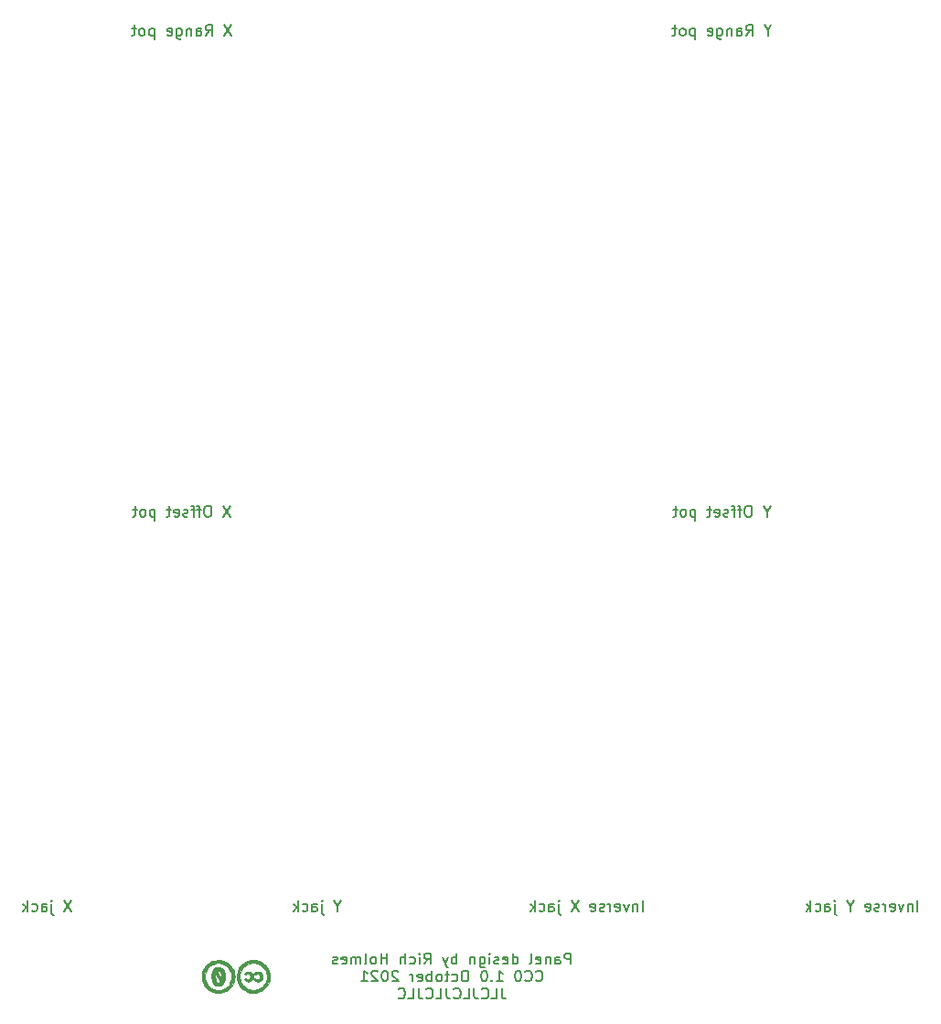
<source format=gbo>
G04 #@! TF.GenerationSoftware,KiCad,Pcbnew,6.0.5-a6ca702e91~116~ubuntu20.04.1*
G04 #@! TF.CreationDate,2022-06-21T20:30:45-04:00*
G04 #@! TF.ProjectId,joystick_panel,6a6f7973-7469-4636-9b5f-70616e656c2e,rev?*
G04 #@! TF.SameCoordinates,Original*
G04 #@! TF.FileFunction,Legend,Bot*
G04 #@! TF.FilePolarity,Positive*
%FSLAX46Y46*%
G04 Gerber Fmt 4.6, Leading zero omitted, Abs format (unit mm)*
G04 Created by KiCad (PCBNEW 6.0.5-a6ca702e91~116~ubuntu20.04.1) date 2022-06-21 20:30:45*
%MOMM*%
%LPD*%
G01*
G04 APERTURE LIST*
%ADD10C,0.150000*%
%ADD11C,0.010000*%
G04 APERTURE END LIST*
D10*
X45671428Y-109552380D02*
X45004761Y-110552380D01*
X45004761Y-109552380D02*
X45671428Y-110552380D01*
X43290476Y-110552380D02*
X43623809Y-110076190D01*
X43861904Y-110552380D02*
X43861904Y-109552380D01*
X43480952Y-109552380D01*
X43385714Y-109600000D01*
X43338095Y-109647619D01*
X43290476Y-109742857D01*
X43290476Y-109885714D01*
X43338095Y-109980952D01*
X43385714Y-110028571D01*
X43480952Y-110076190D01*
X43861904Y-110076190D01*
X42433333Y-110552380D02*
X42433333Y-110028571D01*
X42480952Y-109933333D01*
X42576190Y-109885714D01*
X42766666Y-109885714D01*
X42861904Y-109933333D01*
X42433333Y-110504761D02*
X42528571Y-110552380D01*
X42766666Y-110552380D01*
X42861904Y-110504761D01*
X42909523Y-110409523D01*
X42909523Y-110314285D01*
X42861904Y-110219047D01*
X42766666Y-110171428D01*
X42528571Y-110171428D01*
X42433333Y-110123809D01*
X41957142Y-109885714D02*
X41957142Y-110552380D01*
X41957142Y-109980952D02*
X41909523Y-109933333D01*
X41814285Y-109885714D01*
X41671428Y-109885714D01*
X41576190Y-109933333D01*
X41528571Y-110028571D01*
X41528571Y-110552380D01*
X40623809Y-109885714D02*
X40623809Y-110695238D01*
X40671428Y-110790476D01*
X40719047Y-110838095D01*
X40814285Y-110885714D01*
X40957142Y-110885714D01*
X41052380Y-110838095D01*
X40623809Y-110504761D02*
X40719047Y-110552380D01*
X40909523Y-110552380D01*
X41004761Y-110504761D01*
X41052380Y-110457142D01*
X41100000Y-110361904D01*
X41100000Y-110076190D01*
X41052380Y-109980952D01*
X41004761Y-109933333D01*
X40909523Y-109885714D01*
X40719047Y-109885714D01*
X40623809Y-109933333D01*
X39766666Y-110504761D02*
X39861904Y-110552380D01*
X40052380Y-110552380D01*
X40147619Y-110504761D01*
X40195238Y-110409523D01*
X40195238Y-110028571D01*
X40147619Y-109933333D01*
X40052380Y-109885714D01*
X39861904Y-109885714D01*
X39766666Y-109933333D01*
X39719047Y-110028571D01*
X39719047Y-110123809D01*
X40195238Y-110219047D01*
X38528571Y-109885714D02*
X38528571Y-110885714D01*
X38528571Y-109933333D02*
X38433333Y-109885714D01*
X38242857Y-109885714D01*
X38147619Y-109933333D01*
X38100000Y-109980952D01*
X38052380Y-110076190D01*
X38052380Y-110361904D01*
X38100000Y-110457142D01*
X38147619Y-110504761D01*
X38242857Y-110552380D01*
X38433333Y-110552380D01*
X38528571Y-110504761D01*
X37480952Y-110552380D02*
X37576190Y-110504761D01*
X37623809Y-110457142D01*
X37671428Y-110361904D01*
X37671428Y-110076190D01*
X37623809Y-109980952D01*
X37576190Y-109933333D01*
X37480952Y-109885714D01*
X37338095Y-109885714D01*
X37242857Y-109933333D01*
X37195238Y-109980952D01*
X37147619Y-110076190D01*
X37147619Y-110361904D01*
X37195238Y-110457142D01*
X37242857Y-110504761D01*
X37338095Y-110552380D01*
X37480952Y-110552380D01*
X36861904Y-109885714D02*
X36480952Y-109885714D01*
X36719047Y-109552380D02*
X36719047Y-110409523D01*
X36671428Y-110504761D01*
X36576190Y-110552380D01*
X36480952Y-110552380D01*
X45600000Y-154052380D02*
X44933333Y-155052380D01*
X44933333Y-154052380D02*
X45600000Y-155052380D01*
X43600000Y-154052380D02*
X43409523Y-154052380D01*
X43314285Y-154100000D01*
X43219047Y-154195238D01*
X43171428Y-154385714D01*
X43171428Y-154719047D01*
X43219047Y-154909523D01*
X43314285Y-155004761D01*
X43409523Y-155052380D01*
X43600000Y-155052380D01*
X43695238Y-155004761D01*
X43790476Y-154909523D01*
X43838095Y-154719047D01*
X43838095Y-154385714D01*
X43790476Y-154195238D01*
X43695238Y-154100000D01*
X43600000Y-154052380D01*
X42885714Y-154385714D02*
X42504761Y-154385714D01*
X42742857Y-155052380D02*
X42742857Y-154195238D01*
X42695238Y-154100000D01*
X42600000Y-154052380D01*
X42504761Y-154052380D01*
X42314285Y-154385714D02*
X41933333Y-154385714D01*
X42171428Y-155052380D02*
X42171428Y-154195238D01*
X42123809Y-154100000D01*
X42028571Y-154052380D01*
X41933333Y-154052380D01*
X41647619Y-155004761D02*
X41552380Y-155052380D01*
X41361904Y-155052380D01*
X41266666Y-155004761D01*
X41219047Y-154909523D01*
X41219047Y-154861904D01*
X41266666Y-154766666D01*
X41361904Y-154719047D01*
X41504761Y-154719047D01*
X41600000Y-154671428D01*
X41647619Y-154576190D01*
X41647619Y-154528571D01*
X41600000Y-154433333D01*
X41504761Y-154385714D01*
X41361904Y-154385714D01*
X41266666Y-154433333D01*
X40409523Y-155004761D02*
X40504761Y-155052380D01*
X40695238Y-155052380D01*
X40790476Y-155004761D01*
X40838095Y-154909523D01*
X40838095Y-154528571D01*
X40790476Y-154433333D01*
X40695238Y-154385714D01*
X40504761Y-154385714D01*
X40409523Y-154433333D01*
X40361904Y-154528571D01*
X40361904Y-154623809D01*
X40838095Y-154719047D01*
X40076190Y-154385714D02*
X39695238Y-154385714D01*
X39933333Y-154052380D02*
X39933333Y-154909523D01*
X39885714Y-155004761D01*
X39790476Y-155052380D01*
X39695238Y-155052380D01*
X38600000Y-154385714D02*
X38600000Y-155385714D01*
X38600000Y-154433333D02*
X38504761Y-154385714D01*
X38314285Y-154385714D01*
X38219047Y-154433333D01*
X38171428Y-154480952D01*
X38123809Y-154576190D01*
X38123809Y-154861904D01*
X38171428Y-154957142D01*
X38219047Y-155004761D01*
X38314285Y-155052380D01*
X38504761Y-155052380D01*
X38600000Y-155004761D01*
X37552380Y-155052380D02*
X37647619Y-155004761D01*
X37695238Y-154957142D01*
X37742857Y-154861904D01*
X37742857Y-154576190D01*
X37695238Y-154480952D01*
X37647619Y-154433333D01*
X37552380Y-154385714D01*
X37409523Y-154385714D01*
X37314285Y-154433333D01*
X37266666Y-154480952D01*
X37219047Y-154576190D01*
X37219047Y-154861904D01*
X37266666Y-154957142D01*
X37314285Y-155004761D01*
X37409523Y-155052380D01*
X37552380Y-155052380D01*
X36933333Y-154385714D02*
X36552380Y-154385714D01*
X36790476Y-154052380D02*
X36790476Y-154909523D01*
X36742857Y-155004761D01*
X36647619Y-155052380D01*
X36552380Y-155052380D01*
X95266666Y-154576190D02*
X95266666Y-155052380D01*
X95600000Y-154052380D02*
X95266666Y-154576190D01*
X94933333Y-154052380D01*
X93647619Y-154052380D02*
X93457142Y-154052380D01*
X93361904Y-154100000D01*
X93266666Y-154195238D01*
X93219047Y-154385714D01*
X93219047Y-154719047D01*
X93266666Y-154909523D01*
X93361904Y-155004761D01*
X93457142Y-155052380D01*
X93647619Y-155052380D01*
X93742857Y-155004761D01*
X93838095Y-154909523D01*
X93885714Y-154719047D01*
X93885714Y-154385714D01*
X93838095Y-154195238D01*
X93742857Y-154100000D01*
X93647619Y-154052380D01*
X92933333Y-154385714D02*
X92552380Y-154385714D01*
X92790476Y-155052380D02*
X92790476Y-154195238D01*
X92742857Y-154100000D01*
X92647619Y-154052380D01*
X92552380Y-154052380D01*
X92361904Y-154385714D02*
X91980952Y-154385714D01*
X92219047Y-155052380D02*
X92219047Y-154195238D01*
X92171428Y-154100000D01*
X92076190Y-154052380D01*
X91980952Y-154052380D01*
X91695238Y-155004761D02*
X91600000Y-155052380D01*
X91409523Y-155052380D01*
X91314285Y-155004761D01*
X91266666Y-154909523D01*
X91266666Y-154861904D01*
X91314285Y-154766666D01*
X91409523Y-154719047D01*
X91552380Y-154719047D01*
X91647619Y-154671428D01*
X91695238Y-154576190D01*
X91695238Y-154528571D01*
X91647619Y-154433333D01*
X91552380Y-154385714D01*
X91409523Y-154385714D01*
X91314285Y-154433333D01*
X90457142Y-155004761D02*
X90552380Y-155052380D01*
X90742857Y-155052380D01*
X90838095Y-155004761D01*
X90885714Y-154909523D01*
X90885714Y-154528571D01*
X90838095Y-154433333D01*
X90742857Y-154385714D01*
X90552380Y-154385714D01*
X90457142Y-154433333D01*
X90409523Y-154528571D01*
X90409523Y-154623809D01*
X90885714Y-154719047D01*
X90123809Y-154385714D02*
X89742857Y-154385714D01*
X89980952Y-154052380D02*
X89980952Y-154909523D01*
X89933333Y-155004761D01*
X89838095Y-155052380D01*
X89742857Y-155052380D01*
X88647619Y-154385714D02*
X88647619Y-155385714D01*
X88647619Y-154433333D02*
X88552380Y-154385714D01*
X88361904Y-154385714D01*
X88266666Y-154433333D01*
X88219047Y-154480952D01*
X88171428Y-154576190D01*
X88171428Y-154861904D01*
X88219047Y-154957142D01*
X88266666Y-155004761D01*
X88361904Y-155052380D01*
X88552380Y-155052380D01*
X88647619Y-155004761D01*
X87600000Y-155052380D02*
X87695238Y-155004761D01*
X87742857Y-154957142D01*
X87790476Y-154861904D01*
X87790476Y-154576190D01*
X87742857Y-154480952D01*
X87695238Y-154433333D01*
X87600000Y-154385714D01*
X87457142Y-154385714D01*
X87361904Y-154433333D01*
X87314285Y-154480952D01*
X87266666Y-154576190D01*
X87266666Y-154861904D01*
X87314285Y-154957142D01*
X87361904Y-155004761D01*
X87457142Y-155052380D01*
X87600000Y-155052380D01*
X86980952Y-154385714D02*
X86600000Y-154385714D01*
X86838095Y-154052380D02*
X86838095Y-154909523D01*
X86790476Y-155004761D01*
X86695238Y-155052380D01*
X86600000Y-155052380D01*
X109219047Y-191552380D02*
X109219047Y-190552380D01*
X108742857Y-190885714D02*
X108742857Y-191552380D01*
X108742857Y-190980952D02*
X108695238Y-190933333D01*
X108600000Y-190885714D01*
X108457142Y-190885714D01*
X108361904Y-190933333D01*
X108314285Y-191028571D01*
X108314285Y-191552380D01*
X107933333Y-190885714D02*
X107695238Y-191552380D01*
X107457142Y-190885714D01*
X106695238Y-191504761D02*
X106790476Y-191552380D01*
X106980952Y-191552380D01*
X107076190Y-191504761D01*
X107123809Y-191409523D01*
X107123809Y-191028571D01*
X107076190Y-190933333D01*
X106980952Y-190885714D01*
X106790476Y-190885714D01*
X106695238Y-190933333D01*
X106647619Y-191028571D01*
X106647619Y-191123809D01*
X107123809Y-191219047D01*
X106219047Y-191552380D02*
X106219047Y-190885714D01*
X106219047Y-191076190D02*
X106171428Y-190980952D01*
X106123809Y-190933333D01*
X106028571Y-190885714D01*
X105933333Y-190885714D01*
X105647619Y-191504761D02*
X105552380Y-191552380D01*
X105361904Y-191552380D01*
X105266666Y-191504761D01*
X105219047Y-191409523D01*
X105219047Y-191361904D01*
X105266666Y-191266666D01*
X105361904Y-191219047D01*
X105504761Y-191219047D01*
X105600000Y-191171428D01*
X105647619Y-191076190D01*
X105647619Y-191028571D01*
X105600000Y-190933333D01*
X105504761Y-190885714D01*
X105361904Y-190885714D01*
X105266666Y-190933333D01*
X104409523Y-191504761D02*
X104504761Y-191552380D01*
X104695238Y-191552380D01*
X104790476Y-191504761D01*
X104838095Y-191409523D01*
X104838095Y-191028571D01*
X104790476Y-190933333D01*
X104695238Y-190885714D01*
X104504761Y-190885714D01*
X104409523Y-190933333D01*
X104361904Y-191028571D01*
X104361904Y-191123809D01*
X104838095Y-191219047D01*
X102980952Y-191076190D02*
X102980952Y-191552380D01*
X103314285Y-190552380D02*
X102980952Y-191076190D01*
X102647619Y-190552380D01*
X101552380Y-190885714D02*
X101552380Y-191742857D01*
X101600000Y-191838095D01*
X101695238Y-191885714D01*
X101742857Y-191885714D01*
X101552380Y-190552380D02*
X101600000Y-190600000D01*
X101552380Y-190647619D01*
X101504761Y-190600000D01*
X101552380Y-190552380D01*
X101552380Y-190647619D01*
X100647619Y-191552380D02*
X100647619Y-191028571D01*
X100695238Y-190933333D01*
X100790476Y-190885714D01*
X100980952Y-190885714D01*
X101076190Y-190933333D01*
X100647619Y-191504761D02*
X100742857Y-191552380D01*
X100980952Y-191552380D01*
X101076190Y-191504761D01*
X101123809Y-191409523D01*
X101123809Y-191314285D01*
X101076190Y-191219047D01*
X100980952Y-191171428D01*
X100742857Y-191171428D01*
X100647619Y-191123809D01*
X99742857Y-191504761D02*
X99838095Y-191552380D01*
X100028571Y-191552380D01*
X100123809Y-191504761D01*
X100171428Y-191457142D01*
X100219047Y-191361904D01*
X100219047Y-191076190D01*
X100171428Y-190980952D01*
X100123809Y-190933333D01*
X100028571Y-190885714D01*
X99838095Y-190885714D01*
X99742857Y-190933333D01*
X99314285Y-191552380D02*
X99314285Y-190552380D01*
X99219047Y-191171428D02*
X98933333Y-191552380D01*
X98933333Y-190885714D02*
X99314285Y-191266666D01*
X83766666Y-191552380D02*
X83766666Y-190552380D01*
X83290476Y-190885714D02*
X83290476Y-191552380D01*
X83290476Y-190980952D02*
X83242857Y-190933333D01*
X83147619Y-190885714D01*
X83004761Y-190885714D01*
X82909523Y-190933333D01*
X82861904Y-191028571D01*
X82861904Y-191552380D01*
X82480952Y-190885714D02*
X82242857Y-191552380D01*
X82004761Y-190885714D01*
X81242857Y-191504761D02*
X81338095Y-191552380D01*
X81528571Y-191552380D01*
X81623809Y-191504761D01*
X81671428Y-191409523D01*
X81671428Y-191028571D01*
X81623809Y-190933333D01*
X81528571Y-190885714D01*
X81338095Y-190885714D01*
X81242857Y-190933333D01*
X81195238Y-191028571D01*
X81195238Y-191123809D01*
X81671428Y-191219047D01*
X80766666Y-191552380D02*
X80766666Y-190885714D01*
X80766666Y-191076190D02*
X80719047Y-190980952D01*
X80671428Y-190933333D01*
X80576190Y-190885714D01*
X80480952Y-190885714D01*
X80195238Y-191504761D02*
X80100000Y-191552380D01*
X79909523Y-191552380D01*
X79814285Y-191504761D01*
X79766666Y-191409523D01*
X79766666Y-191361904D01*
X79814285Y-191266666D01*
X79909523Y-191219047D01*
X80052380Y-191219047D01*
X80147619Y-191171428D01*
X80195238Y-191076190D01*
X80195238Y-191028571D01*
X80147619Y-190933333D01*
X80052380Y-190885714D01*
X79909523Y-190885714D01*
X79814285Y-190933333D01*
X78957142Y-191504761D02*
X79052380Y-191552380D01*
X79242857Y-191552380D01*
X79338095Y-191504761D01*
X79385714Y-191409523D01*
X79385714Y-191028571D01*
X79338095Y-190933333D01*
X79242857Y-190885714D01*
X79052380Y-190885714D01*
X78957142Y-190933333D01*
X78909523Y-191028571D01*
X78909523Y-191123809D01*
X79385714Y-191219047D01*
X77814285Y-190552380D02*
X77147619Y-191552380D01*
X77147619Y-190552380D02*
X77814285Y-191552380D01*
X76004761Y-190885714D02*
X76004761Y-191742857D01*
X76052380Y-191838095D01*
X76147619Y-191885714D01*
X76195238Y-191885714D01*
X76004761Y-190552380D02*
X76052380Y-190600000D01*
X76004761Y-190647619D01*
X75957142Y-190600000D01*
X76004761Y-190552380D01*
X76004761Y-190647619D01*
X75100000Y-191552380D02*
X75100000Y-191028571D01*
X75147619Y-190933333D01*
X75242857Y-190885714D01*
X75433333Y-190885714D01*
X75528571Y-190933333D01*
X75100000Y-191504761D02*
X75195238Y-191552380D01*
X75433333Y-191552380D01*
X75528571Y-191504761D01*
X75576190Y-191409523D01*
X75576190Y-191314285D01*
X75528571Y-191219047D01*
X75433333Y-191171428D01*
X75195238Y-191171428D01*
X75100000Y-191123809D01*
X74195238Y-191504761D02*
X74290476Y-191552380D01*
X74480952Y-191552380D01*
X74576190Y-191504761D01*
X74623809Y-191457142D01*
X74671428Y-191361904D01*
X74671428Y-191076190D01*
X74623809Y-190980952D01*
X74576190Y-190933333D01*
X74480952Y-190885714D01*
X74290476Y-190885714D01*
X74195238Y-190933333D01*
X73766666Y-191552380D02*
X73766666Y-190552380D01*
X73671428Y-191171428D02*
X73385714Y-191552380D01*
X73385714Y-190885714D02*
X73766666Y-191266666D01*
X55504761Y-191076190D02*
X55504761Y-191552380D01*
X55838095Y-190552380D02*
X55504761Y-191076190D01*
X55171428Y-190552380D01*
X54076190Y-190885714D02*
X54076190Y-191742857D01*
X54123809Y-191838095D01*
X54219047Y-191885714D01*
X54266666Y-191885714D01*
X54076190Y-190552380D02*
X54123809Y-190600000D01*
X54076190Y-190647619D01*
X54028571Y-190600000D01*
X54076190Y-190552380D01*
X54076190Y-190647619D01*
X53171428Y-191552380D02*
X53171428Y-191028571D01*
X53219047Y-190933333D01*
X53314285Y-190885714D01*
X53504761Y-190885714D01*
X53600000Y-190933333D01*
X53171428Y-191504761D02*
X53266666Y-191552380D01*
X53504761Y-191552380D01*
X53600000Y-191504761D01*
X53647619Y-191409523D01*
X53647619Y-191314285D01*
X53600000Y-191219047D01*
X53504761Y-191171428D01*
X53266666Y-191171428D01*
X53171428Y-191123809D01*
X52266666Y-191504761D02*
X52361904Y-191552380D01*
X52552380Y-191552380D01*
X52647619Y-191504761D01*
X52695238Y-191457142D01*
X52742857Y-191361904D01*
X52742857Y-191076190D01*
X52695238Y-190980952D01*
X52647619Y-190933333D01*
X52552380Y-190885714D01*
X52361904Y-190885714D01*
X52266666Y-190933333D01*
X51838095Y-191552380D02*
X51838095Y-190552380D01*
X51742857Y-191171428D02*
X51457142Y-191552380D01*
X51457142Y-190885714D02*
X51838095Y-191266666D01*
X30838095Y-190552380D02*
X30171428Y-191552380D01*
X30171428Y-190552380D02*
X30838095Y-191552380D01*
X29028571Y-190885714D02*
X29028571Y-191742857D01*
X29076190Y-191838095D01*
X29171428Y-191885714D01*
X29219047Y-191885714D01*
X29028571Y-190552380D02*
X29076190Y-190600000D01*
X29028571Y-190647619D01*
X28980952Y-190600000D01*
X29028571Y-190552380D01*
X29028571Y-190647619D01*
X28123809Y-191552380D02*
X28123809Y-191028571D01*
X28171428Y-190933333D01*
X28266666Y-190885714D01*
X28457142Y-190885714D01*
X28552380Y-190933333D01*
X28123809Y-191504761D02*
X28219047Y-191552380D01*
X28457142Y-191552380D01*
X28552380Y-191504761D01*
X28600000Y-191409523D01*
X28600000Y-191314285D01*
X28552380Y-191219047D01*
X28457142Y-191171428D01*
X28219047Y-191171428D01*
X28123809Y-191123809D01*
X27219047Y-191504761D02*
X27314285Y-191552380D01*
X27504761Y-191552380D01*
X27600000Y-191504761D01*
X27647619Y-191457142D01*
X27695238Y-191361904D01*
X27695238Y-191076190D01*
X27647619Y-190980952D01*
X27600000Y-190933333D01*
X27504761Y-190885714D01*
X27314285Y-190885714D01*
X27219047Y-190933333D01*
X26790476Y-191552380D02*
X26790476Y-190552380D01*
X26695238Y-191171428D02*
X26409523Y-191552380D01*
X26409523Y-190885714D02*
X26790476Y-191266666D01*
X95338095Y-110076190D02*
X95338095Y-110552380D01*
X95671428Y-109552380D02*
X95338095Y-110076190D01*
X95004761Y-109552380D01*
X93338095Y-110552380D02*
X93671428Y-110076190D01*
X93909523Y-110552380D02*
X93909523Y-109552380D01*
X93528571Y-109552380D01*
X93433333Y-109600000D01*
X93385714Y-109647619D01*
X93338095Y-109742857D01*
X93338095Y-109885714D01*
X93385714Y-109980952D01*
X93433333Y-110028571D01*
X93528571Y-110076190D01*
X93909523Y-110076190D01*
X92480952Y-110552380D02*
X92480952Y-110028571D01*
X92528571Y-109933333D01*
X92623809Y-109885714D01*
X92814285Y-109885714D01*
X92909523Y-109933333D01*
X92480952Y-110504761D02*
X92576190Y-110552380D01*
X92814285Y-110552380D01*
X92909523Y-110504761D01*
X92957142Y-110409523D01*
X92957142Y-110314285D01*
X92909523Y-110219047D01*
X92814285Y-110171428D01*
X92576190Y-110171428D01*
X92480952Y-110123809D01*
X92004761Y-109885714D02*
X92004761Y-110552380D01*
X92004761Y-109980952D02*
X91957142Y-109933333D01*
X91861904Y-109885714D01*
X91719047Y-109885714D01*
X91623809Y-109933333D01*
X91576190Y-110028571D01*
X91576190Y-110552380D01*
X90671428Y-109885714D02*
X90671428Y-110695238D01*
X90719047Y-110790476D01*
X90766666Y-110838095D01*
X90861904Y-110885714D01*
X91004761Y-110885714D01*
X91100000Y-110838095D01*
X90671428Y-110504761D02*
X90766666Y-110552380D01*
X90957142Y-110552380D01*
X91052380Y-110504761D01*
X91100000Y-110457142D01*
X91147619Y-110361904D01*
X91147619Y-110076190D01*
X91100000Y-109980952D01*
X91052380Y-109933333D01*
X90957142Y-109885714D01*
X90766666Y-109885714D01*
X90671428Y-109933333D01*
X89814285Y-110504761D02*
X89909523Y-110552380D01*
X90100000Y-110552380D01*
X90195238Y-110504761D01*
X90242857Y-110409523D01*
X90242857Y-110028571D01*
X90195238Y-109933333D01*
X90100000Y-109885714D01*
X89909523Y-109885714D01*
X89814285Y-109933333D01*
X89766666Y-110028571D01*
X89766666Y-110123809D01*
X90242857Y-110219047D01*
X88576190Y-109885714D02*
X88576190Y-110885714D01*
X88576190Y-109933333D02*
X88480952Y-109885714D01*
X88290476Y-109885714D01*
X88195238Y-109933333D01*
X88147619Y-109980952D01*
X88100000Y-110076190D01*
X88100000Y-110361904D01*
X88147619Y-110457142D01*
X88195238Y-110504761D01*
X88290476Y-110552380D01*
X88480952Y-110552380D01*
X88576190Y-110504761D01*
X87528571Y-110552380D02*
X87623809Y-110504761D01*
X87671428Y-110457142D01*
X87719047Y-110361904D01*
X87719047Y-110076190D01*
X87671428Y-109980952D01*
X87623809Y-109933333D01*
X87528571Y-109885714D01*
X87385714Y-109885714D01*
X87290476Y-109933333D01*
X87242857Y-109980952D01*
X87195238Y-110076190D01*
X87195238Y-110361904D01*
X87242857Y-110457142D01*
X87290476Y-110504761D01*
X87385714Y-110552380D01*
X87528571Y-110552380D01*
X86909523Y-109885714D02*
X86528571Y-109885714D01*
X86766666Y-109552380D02*
X86766666Y-110409523D01*
X86719047Y-110504761D01*
X86623809Y-110552380D01*
X86528571Y-110552380D01*
X77100000Y-196442380D02*
X77100000Y-195442380D01*
X76719047Y-195442380D01*
X76623809Y-195490000D01*
X76576190Y-195537619D01*
X76528571Y-195632857D01*
X76528571Y-195775714D01*
X76576190Y-195870952D01*
X76623809Y-195918571D01*
X76719047Y-195966190D01*
X77100000Y-195966190D01*
X75671428Y-196442380D02*
X75671428Y-195918571D01*
X75719047Y-195823333D01*
X75814285Y-195775714D01*
X76004761Y-195775714D01*
X76100000Y-195823333D01*
X75671428Y-196394761D02*
X75766666Y-196442380D01*
X76004761Y-196442380D01*
X76100000Y-196394761D01*
X76147619Y-196299523D01*
X76147619Y-196204285D01*
X76100000Y-196109047D01*
X76004761Y-196061428D01*
X75766666Y-196061428D01*
X75671428Y-196013809D01*
X75195238Y-195775714D02*
X75195238Y-196442380D01*
X75195238Y-195870952D02*
X75147619Y-195823333D01*
X75052380Y-195775714D01*
X74909523Y-195775714D01*
X74814285Y-195823333D01*
X74766666Y-195918571D01*
X74766666Y-196442380D01*
X73909523Y-196394761D02*
X74004761Y-196442380D01*
X74195238Y-196442380D01*
X74290476Y-196394761D01*
X74338095Y-196299523D01*
X74338095Y-195918571D01*
X74290476Y-195823333D01*
X74195238Y-195775714D01*
X74004761Y-195775714D01*
X73909523Y-195823333D01*
X73861904Y-195918571D01*
X73861904Y-196013809D01*
X74338095Y-196109047D01*
X73290476Y-196442380D02*
X73385714Y-196394761D01*
X73433333Y-196299523D01*
X73433333Y-195442380D01*
X71719047Y-196442380D02*
X71719047Y-195442380D01*
X71719047Y-196394761D02*
X71814285Y-196442380D01*
X72004761Y-196442380D01*
X72100000Y-196394761D01*
X72147619Y-196347142D01*
X72195238Y-196251904D01*
X72195238Y-195966190D01*
X72147619Y-195870952D01*
X72100000Y-195823333D01*
X72004761Y-195775714D01*
X71814285Y-195775714D01*
X71719047Y-195823333D01*
X70861904Y-196394761D02*
X70957142Y-196442380D01*
X71147619Y-196442380D01*
X71242857Y-196394761D01*
X71290476Y-196299523D01*
X71290476Y-195918571D01*
X71242857Y-195823333D01*
X71147619Y-195775714D01*
X70957142Y-195775714D01*
X70861904Y-195823333D01*
X70814285Y-195918571D01*
X70814285Y-196013809D01*
X71290476Y-196109047D01*
X70433333Y-196394761D02*
X70338095Y-196442380D01*
X70147619Y-196442380D01*
X70052380Y-196394761D01*
X70004761Y-196299523D01*
X70004761Y-196251904D01*
X70052380Y-196156666D01*
X70147619Y-196109047D01*
X70290476Y-196109047D01*
X70385714Y-196061428D01*
X70433333Y-195966190D01*
X70433333Y-195918571D01*
X70385714Y-195823333D01*
X70290476Y-195775714D01*
X70147619Y-195775714D01*
X70052380Y-195823333D01*
X69576190Y-196442380D02*
X69576190Y-195775714D01*
X69576190Y-195442380D02*
X69623809Y-195490000D01*
X69576190Y-195537619D01*
X69528571Y-195490000D01*
X69576190Y-195442380D01*
X69576190Y-195537619D01*
X68671428Y-195775714D02*
X68671428Y-196585238D01*
X68719047Y-196680476D01*
X68766666Y-196728095D01*
X68861904Y-196775714D01*
X69004761Y-196775714D01*
X69100000Y-196728095D01*
X68671428Y-196394761D02*
X68766666Y-196442380D01*
X68957142Y-196442380D01*
X69052380Y-196394761D01*
X69100000Y-196347142D01*
X69147619Y-196251904D01*
X69147619Y-195966190D01*
X69100000Y-195870952D01*
X69052380Y-195823333D01*
X68957142Y-195775714D01*
X68766666Y-195775714D01*
X68671428Y-195823333D01*
X68195238Y-195775714D02*
X68195238Y-196442380D01*
X68195238Y-195870952D02*
X68147619Y-195823333D01*
X68052380Y-195775714D01*
X67909523Y-195775714D01*
X67814285Y-195823333D01*
X67766666Y-195918571D01*
X67766666Y-196442380D01*
X66528571Y-196442380D02*
X66528571Y-195442380D01*
X66528571Y-195823333D02*
X66433333Y-195775714D01*
X66242857Y-195775714D01*
X66147619Y-195823333D01*
X66100000Y-195870952D01*
X66052380Y-195966190D01*
X66052380Y-196251904D01*
X66100000Y-196347142D01*
X66147619Y-196394761D01*
X66242857Y-196442380D01*
X66433333Y-196442380D01*
X66528571Y-196394761D01*
X65719047Y-195775714D02*
X65480952Y-196442380D01*
X65242857Y-195775714D02*
X65480952Y-196442380D01*
X65576190Y-196680476D01*
X65623809Y-196728095D01*
X65719047Y-196775714D01*
X63528571Y-196442380D02*
X63861904Y-195966190D01*
X64100000Y-196442380D02*
X64100000Y-195442380D01*
X63719047Y-195442380D01*
X63623809Y-195490000D01*
X63576190Y-195537619D01*
X63528571Y-195632857D01*
X63528571Y-195775714D01*
X63576190Y-195870952D01*
X63623809Y-195918571D01*
X63719047Y-195966190D01*
X64100000Y-195966190D01*
X63100000Y-196442380D02*
X63100000Y-195775714D01*
X63100000Y-195442380D02*
X63147619Y-195490000D01*
X63100000Y-195537619D01*
X63052380Y-195490000D01*
X63100000Y-195442380D01*
X63100000Y-195537619D01*
X62195238Y-196394761D02*
X62290476Y-196442380D01*
X62480952Y-196442380D01*
X62576190Y-196394761D01*
X62623809Y-196347142D01*
X62671428Y-196251904D01*
X62671428Y-195966190D01*
X62623809Y-195870952D01*
X62576190Y-195823333D01*
X62480952Y-195775714D01*
X62290476Y-195775714D01*
X62195238Y-195823333D01*
X61766666Y-196442380D02*
X61766666Y-195442380D01*
X61338095Y-196442380D02*
X61338095Y-195918571D01*
X61385714Y-195823333D01*
X61480952Y-195775714D01*
X61623809Y-195775714D01*
X61719047Y-195823333D01*
X61766666Y-195870952D01*
X60100000Y-196442380D02*
X60100000Y-195442380D01*
X60100000Y-195918571D02*
X59528571Y-195918571D01*
X59528571Y-196442380D02*
X59528571Y-195442380D01*
X58909523Y-196442380D02*
X59004761Y-196394761D01*
X59052380Y-196347142D01*
X59100000Y-196251904D01*
X59100000Y-195966190D01*
X59052380Y-195870952D01*
X59004761Y-195823333D01*
X58909523Y-195775714D01*
X58766666Y-195775714D01*
X58671428Y-195823333D01*
X58623809Y-195870952D01*
X58576190Y-195966190D01*
X58576190Y-196251904D01*
X58623809Y-196347142D01*
X58671428Y-196394761D01*
X58766666Y-196442380D01*
X58909523Y-196442380D01*
X58004761Y-196442380D02*
X58100000Y-196394761D01*
X58147619Y-196299523D01*
X58147619Y-195442380D01*
X57623809Y-196442380D02*
X57623809Y-195775714D01*
X57623809Y-195870952D02*
X57576190Y-195823333D01*
X57480952Y-195775714D01*
X57338095Y-195775714D01*
X57242857Y-195823333D01*
X57195238Y-195918571D01*
X57195238Y-196442380D01*
X57195238Y-195918571D02*
X57147619Y-195823333D01*
X57052380Y-195775714D01*
X56909523Y-195775714D01*
X56814285Y-195823333D01*
X56766666Y-195918571D01*
X56766666Y-196442380D01*
X55909523Y-196394761D02*
X56004761Y-196442380D01*
X56195238Y-196442380D01*
X56290476Y-196394761D01*
X56338095Y-196299523D01*
X56338095Y-195918571D01*
X56290476Y-195823333D01*
X56195238Y-195775714D01*
X56004761Y-195775714D01*
X55909523Y-195823333D01*
X55861904Y-195918571D01*
X55861904Y-196013809D01*
X56338095Y-196109047D01*
X55480952Y-196394761D02*
X55385714Y-196442380D01*
X55195238Y-196442380D01*
X55100000Y-196394761D01*
X55052380Y-196299523D01*
X55052380Y-196251904D01*
X55100000Y-196156666D01*
X55195238Y-196109047D01*
X55338095Y-196109047D01*
X55433333Y-196061428D01*
X55480952Y-195966190D01*
X55480952Y-195918571D01*
X55433333Y-195823333D01*
X55338095Y-195775714D01*
X55195238Y-195775714D01*
X55100000Y-195823333D01*
X73885714Y-197957142D02*
X73933333Y-198004761D01*
X74076190Y-198052380D01*
X74171428Y-198052380D01*
X74314285Y-198004761D01*
X74409523Y-197909523D01*
X74457142Y-197814285D01*
X74504761Y-197623809D01*
X74504761Y-197480952D01*
X74457142Y-197290476D01*
X74409523Y-197195238D01*
X74314285Y-197100000D01*
X74171428Y-197052380D01*
X74076190Y-197052380D01*
X73933333Y-197100000D01*
X73885714Y-197147619D01*
X72885714Y-197957142D02*
X72933333Y-198004761D01*
X73076190Y-198052380D01*
X73171428Y-198052380D01*
X73314285Y-198004761D01*
X73409523Y-197909523D01*
X73457142Y-197814285D01*
X73504761Y-197623809D01*
X73504761Y-197480952D01*
X73457142Y-197290476D01*
X73409523Y-197195238D01*
X73314285Y-197100000D01*
X73171428Y-197052380D01*
X73076190Y-197052380D01*
X72933333Y-197100000D01*
X72885714Y-197147619D01*
X72266666Y-197052380D02*
X72171428Y-197052380D01*
X72076190Y-197100000D01*
X72028571Y-197147619D01*
X71980952Y-197242857D01*
X71933333Y-197433333D01*
X71933333Y-197671428D01*
X71980952Y-197861904D01*
X72028571Y-197957142D01*
X72076190Y-198004761D01*
X72171428Y-198052380D01*
X72266666Y-198052380D01*
X72361904Y-198004761D01*
X72409523Y-197957142D01*
X72457142Y-197861904D01*
X72504761Y-197671428D01*
X72504761Y-197433333D01*
X72457142Y-197242857D01*
X72409523Y-197147619D01*
X72361904Y-197100000D01*
X72266666Y-197052380D01*
X70219047Y-198052380D02*
X70790476Y-198052380D01*
X70504761Y-198052380D02*
X70504761Y-197052380D01*
X70600000Y-197195238D01*
X70695238Y-197290476D01*
X70790476Y-197338095D01*
X69790476Y-197957142D02*
X69742857Y-198004761D01*
X69790476Y-198052380D01*
X69838095Y-198004761D01*
X69790476Y-197957142D01*
X69790476Y-198052380D01*
X69123809Y-197052380D02*
X69028571Y-197052380D01*
X68933333Y-197100000D01*
X68885714Y-197147619D01*
X68838095Y-197242857D01*
X68790476Y-197433333D01*
X68790476Y-197671428D01*
X68838095Y-197861904D01*
X68885714Y-197957142D01*
X68933333Y-198004761D01*
X69028571Y-198052380D01*
X69123809Y-198052380D01*
X69219047Y-198004761D01*
X69266666Y-197957142D01*
X69314285Y-197861904D01*
X69361904Y-197671428D01*
X69361904Y-197433333D01*
X69314285Y-197242857D01*
X69266666Y-197147619D01*
X69219047Y-197100000D01*
X69123809Y-197052380D01*
X67409523Y-197052380D02*
X67219047Y-197052380D01*
X67123809Y-197100000D01*
X67028571Y-197195238D01*
X66980952Y-197385714D01*
X66980952Y-197719047D01*
X67028571Y-197909523D01*
X67123809Y-198004761D01*
X67219047Y-198052380D01*
X67409523Y-198052380D01*
X67504761Y-198004761D01*
X67600000Y-197909523D01*
X67647619Y-197719047D01*
X67647619Y-197385714D01*
X67600000Y-197195238D01*
X67504761Y-197100000D01*
X67409523Y-197052380D01*
X66123809Y-198004761D02*
X66219047Y-198052380D01*
X66409523Y-198052380D01*
X66504761Y-198004761D01*
X66552380Y-197957142D01*
X66600000Y-197861904D01*
X66600000Y-197576190D01*
X66552380Y-197480952D01*
X66504761Y-197433333D01*
X66409523Y-197385714D01*
X66219047Y-197385714D01*
X66123809Y-197433333D01*
X65838095Y-197385714D02*
X65457142Y-197385714D01*
X65695238Y-197052380D02*
X65695238Y-197909523D01*
X65647619Y-198004761D01*
X65552380Y-198052380D01*
X65457142Y-198052380D01*
X64980952Y-198052380D02*
X65076190Y-198004761D01*
X65123809Y-197957142D01*
X65171428Y-197861904D01*
X65171428Y-197576190D01*
X65123809Y-197480952D01*
X65076190Y-197433333D01*
X64980952Y-197385714D01*
X64838095Y-197385714D01*
X64742857Y-197433333D01*
X64695238Y-197480952D01*
X64647619Y-197576190D01*
X64647619Y-197861904D01*
X64695238Y-197957142D01*
X64742857Y-198004761D01*
X64838095Y-198052380D01*
X64980952Y-198052380D01*
X64219047Y-198052380D02*
X64219047Y-197052380D01*
X64219047Y-197433333D02*
X64123809Y-197385714D01*
X63933333Y-197385714D01*
X63838095Y-197433333D01*
X63790476Y-197480952D01*
X63742857Y-197576190D01*
X63742857Y-197861904D01*
X63790476Y-197957142D01*
X63838095Y-198004761D01*
X63933333Y-198052380D01*
X64123809Y-198052380D01*
X64219047Y-198004761D01*
X62933333Y-198004761D02*
X63028571Y-198052380D01*
X63219047Y-198052380D01*
X63314285Y-198004761D01*
X63361904Y-197909523D01*
X63361904Y-197528571D01*
X63314285Y-197433333D01*
X63219047Y-197385714D01*
X63028571Y-197385714D01*
X62933333Y-197433333D01*
X62885714Y-197528571D01*
X62885714Y-197623809D01*
X63361904Y-197719047D01*
X62457142Y-198052380D02*
X62457142Y-197385714D01*
X62457142Y-197576190D02*
X62409523Y-197480952D01*
X62361904Y-197433333D01*
X62266666Y-197385714D01*
X62171428Y-197385714D01*
X61123809Y-197147619D02*
X61076190Y-197100000D01*
X60980952Y-197052380D01*
X60742857Y-197052380D01*
X60647619Y-197100000D01*
X60600000Y-197147619D01*
X60552380Y-197242857D01*
X60552380Y-197338095D01*
X60600000Y-197480952D01*
X61171428Y-198052380D01*
X60552380Y-198052380D01*
X59933333Y-197052380D02*
X59838095Y-197052380D01*
X59742857Y-197100000D01*
X59695238Y-197147619D01*
X59647619Y-197242857D01*
X59600000Y-197433333D01*
X59600000Y-197671428D01*
X59647619Y-197861904D01*
X59695238Y-197957142D01*
X59742857Y-198004761D01*
X59838095Y-198052380D01*
X59933333Y-198052380D01*
X60028571Y-198004761D01*
X60076190Y-197957142D01*
X60123809Y-197861904D01*
X60171428Y-197671428D01*
X60171428Y-197433333D01*
X60123809Y-197242857D01*
X60076190Y-197147619D01*
X60028571Y-197100000D01*
X59933333Y-197052380D01*
X59219047Y-197147619D02*
X59171428Y-197100000D01*
X59076190Y-197052380D01*
X58838095Y-197052380D01*
X58742857Y-197100000D01*
X58695238Y-197147619D01*
X58647619Y-197242857D01*
X58647619Y-197338095D01*
X58695238Y-197480952D01*
X59266666Y-198052380D01*
X58647619Y-198052380D01*
X57695238Y-198052380D02*
X58266666Y-198052380D01*
X57980952Y-198052380D02*
X57980952Y-197052380D01*
X58076190Y-197195238D01*
X58171428Y-197290476D01*
X58266666Y-197338095D01*
X70719047Y-198662380D02*
X70719047Y-199376666D01*
X70766666Y-199519523D01*
X70861904Y-199614761D01*
X71004761Y-199662380D01*
X71100000Y-199662380D01*
X69766666Y-199662380D02*
X70242857Y-199662380D01*
X70242857Y-198662380D01*
X68861904Y-199567142D02*
X68909523Y-199614761D01*
X69052380Y-199662380D01*
X69147619Y-199662380D01*
X69290476Y-199614761D01*
X69385714Y-199519523D01*
X69433333Y-199424285D01*
X69480952Y-199233809D01*
X69480952Y-199090952D01*
X69433333Y-198900476D01*
X69385714Y-198805238D01*
X69290476Y-198710000D01*
X69147619Y-198662380D01*
X69052380Y-198662380D01*
X68909523Y-198710000D01*
X68861904Y-198757619D01*
X68147619Y-198662380D02*
X68147619Y-199376666D01*
X68195238Y-199519523D01*
X68290476Y-199614761D01*
X68433333Y-199662380D01*
X68528571Y-199662380D01*
X67195238Y-199662380D02*
X67671428Y-199662380D01*
X67671428Y-198662380D01*
X66290476Y-199567142D02*
X66338095Y-199614761D01*
X66480952Y-199662380D01*
X66576190Y-199662380D01*
X66719047Y-199614761D01*
X66814285Y-199519523D01*
X66861904Y-199424285D01*
X66909523Y-199233809D01*
X66909523Y-199090952D01*
X66861904Y-198900476D01*
X66814285Y-198805238D01*
X66719047Y-198710000D01*
X66576190Y-198662380D01*
X66480952Y-198662380D01*
X66338095Y-198710000D01*
X66290476Y-198757619D01*
X65576190Y-198662380D02*
X65576190Y-199376666D01*
X65623809Y-199519523D01*
X65719047Y-199614761D01*
X65861904Y-199662380D01*
X65957142Y-199662380D01*
X64623809Y-199662380D02*
X65100000Y-199662380D01*
X65100000Y-198662380D01*
X63719047Y-199567142D02*
X63766666Y-199614761D01*
X63909523Y-199662380D01*
X64004761Y-199662380D01*
X64147619Y-199614761D01*
X64242857Y-199519523D01*
X64290476Y-199424285D01*
X64338095Y-199233809D01*
X64338095Y-199090952D01*
X64290476Y-198900476D01*
X64242857Y-198805238D01*
X64147619Y-198710000D01*
X64004761Y-198662380D01*
X63909523Y-198662380D01*
X63766666Y-198710000D01*
X63719047Y-198757619D01*
X63004761Y-198662380D02*
X63004761Y-199376666D01*
X63052380Y-199519523D01*
X63147619Y-199614761D01*
X63290476Y-199662380D01*
X63385714Y-199662380D01*
X62052380Y-199662380D02*
X62528571Y-199662380D01*
X62528571Y-198662380D01*
X61147619Y-199567142D02*
X61195238Y-199614761D01*
X61338095Y-199662380D01*
X61433333Y-199662380D01*
X61576190Y-199614761D01*
X61671428Y-199519523D01*
X61719047Y-199424285D01*
X61766666Y-199233809D01*
X61766666Y-199090952D01*
X61719047Y-198900476D01*
X61671428Y-198805238D01*
X61576190Y-198710000D01*
X61433333Y-198662380D01*
X61338095Y-198662380D01*
X61195238Y-198710000D01*
X61147619Y-198757619D01*
G04 #@! TO.C,GRAF3*
G36*
X48211332Y-197138433D02*
G01*
X48330981Y-197174047D01*
X48433280Y-197239869D01*
X48512411Y-197333898D01*
X48513931Y-197336398D01*
X48549251Y-197404936D01*
X48568911Y-197474717D01*
X48578269Y-197564501D01*
X48579597Y-197606835D01*
X48565242Y-197746736D01*
X48520464Y-197862318D01*
X48445027Y-197954034D01*
X48338695Y-198022334D01*
X48323988Y-198028916D01*
X48194244Y-198064942D01*
X48065441Y-198062801D01*
X47941914Y-198023137D01*
X47827998Y-197946592D01*
X47790081Y-197911448D01*
X47754834Y-197874078D01*
X47741231Y-197852736D01*
X47744755Y-197845796D01*
X47773096Y-197822496D01*
X47820557Y-197794786D01*
X47899883Y-197754317D01*
X47967775Y-197813928D01*
X48003904Y-197841518D01*
X48081404Y-197872549D01*
X48157933Y-197864544D01*
X48233179Y-197817499D01*
X48264231Y-197786901D01*
X48285977Y-197752001D01*
X48297588Y-197704710D01*
X48304160Y-197631687D01*
X48305949Y-197566390D01*
X48294410Y-197468778D01*
X48262338Y-197399575D01*
X48208372Y-197354847D01*
X48132889Y-197329439D01*
X48060737Y-197338519D01*
X47988507Y-197385023D01*
X47921809Y-197443585D01*
X47831679Y-197393211D01*
X47809064Y-197380299D01*
X47768257Y-197352581D01*
X47754405Y-197330461D01*
X47761191Y-197306135D01*
X47777964Y-197281844D01*
X47834173Y-197230000D01*
X47907960Y-197183771D01*
X47985462Y-197152643D01*
X48080151Y-197135030D01*
X48211332Y-197138433D01*
G37*
D11*
X48211332Y-197138433D02*
X48330981Y-197174047D01*
X48433280Y-197239869D01*
X48512411Y-197333898D01*
X48513931Y-197336398D01*
X48549251Y-197404936D01*
X48568911Y-197474717D01*
X48578269Y-197564501D01*
X48579597Y-197606835D01*
X48565242Y-197746736D01*
X48520464Y-197862318D01*
X48445027Y-197954034D01*
X48338695Y-198022334D01*
X48323988Y-198028916D01*
X48194244Y-198064942D01*
X48065441Y-198062801D01*
X47941914Y-198023137D01*
X47827998Y-197946592D01*
X47790081Y-197911448D01*
X47754834Y-197874078D01*
X47741231Y-197852736D01*
X47744755Y-197845796D01*
X47773096Y-197822496D01*
X47820557Y-197794786D01*
X47899883Y-197754317D01*
X47967775Y-197813928D01*
X48003904Y-197841518D01*
X48081404Y-197872549D01*
X48157933Y-197864544D01*
X48233179Y-197817499D01*
X48264231Y-197786901D01*
X48285977Y-197752001D01*
X48297588Y-197704710D01*
X48304160Y-197631687D01*
X48305949Y-197566390D01*
X48294410Y-197468778D01*
X48262338Y-197399575D01*
X48208372Y-197354847D01*
X48132889Y-197329439D01*
X48060737Y-197338519D01*
X47988507Y-197385023D01*
X47921809Y-197443585D01*
X47831679Y-197393211D01*
X47809064Y-197380299D01*
X47768257Y-197352581D01*
X47754405Y-197330461D01*
X47761191Y-197306135D01*
X47777964Y-197281844D01*
X47834173Y-197230000D01*
X47907960Y-197183771D01*
X47985462Y-197152643D01*
X48080151Y-197135030D01*
X48211332Y-197138433D01*
G36*
X45928098Y-198013730D02*
G01*
X45850979Y-198226239D01*
X45741960Y-198426151D01*
X45601565Y-198609450D01*
X45430318Y-198772122D01*
X45358665Y-198826800D01*
X45148814Y-198953934D01*
X44922036Y-199046757D01*
X44682701Y-199103333D01*
X44629245Y-199109587D01*
X44497718Y-199113928D01*
X44351603Y-199107309D01*
X44206088Y-199090687D01*
X44076363Y-199065024D01*
X43989193Y-199039403D01*
X43783462Y-198952963D01*
X43587535Y-198835367D01*
X43408404Y-198691903D01*
X43253060Y-198527855D01*
X43128497Y-198348509D01*
X43121923Y-198336967D01*
X43030753Y-198136409D01*
X42971660Y-197920000D01*
X42944543Y-197693698D01*
X42946503Y-197598975D01*
X43207932Y-197598975D01*
X43222905Y-197800620D01*
X43271467Y-197998686D01*
X43354299Y-198189023D01*
X43472085Y-198367478D01*
X43511618Y-198414097D01*
X43645288Y-198539843D01*
X43802582Y-198651041D01*
X43972303Y-198740458D01*
X44143253Y-198800863D01*
X44260214Y-198825598D01*
X44479243Y-198842623D01*
X44695157Y-198821992D01*
X44903936Y-198764254D01*
X45101557Y-198669958D01*
X45108876Y-198665561D01*
X45200350Y-198599920D01*
X45300572Y-198512322D01*
X45398995Y-198413314D01*
X45485076Y-198313441D01*
X45548267Y-198223249D01*
X45632679Y-198050690D01*
X45694064Y-197845751D01*
X45719198Y-197634606D01*
X45707517Y-197422433D01*
X45658456Y-197214411D01*
X45633123Y-197147282D01*
X45550390Y-196987160D01*
X45441458Y-196831978D01*
X45313615Y-196690242D01*
X45174147Y-196570458D01*
X45030339Y-196481134D01*
X44974013Y-196454950D01*
X44772769Y-196387319D01*
X44563972Y-196353993D01*
X44353455Y-196354622D01*
X44147052Y-196388856D01*
X43950595Y-196456346D01*
X43769918Y-196556741D01*
X43612983Y-196682385D01*
X43470259Y-196839647D01*
X43357710Y-197014089D01*
X43276017Y-197201558D01*
X43225863Y-197397904D01*
X43207932Y-197598975D01*
X42946503Y-197598975D01*
X42949306Y-197463459D01*
X42985850Y-197235241D01*
X43054077Y-197014999D01*
X43153888Y-196808692D01*
X43220353Y-196710982D01*
X43317359Y-196595134D01*
X43428792Y-196481493D01*
X43544068Y-196380779D01*
X43652602Y-196303708D01*
X43722761Y-196263945D01*
X43934872Y-196172319D01*
X44162551Y-196111587D01*
X44398289Y-196082853D01*
X44634579Y-196087219D01*
X44863914Y-196125788D01*
X44885476Y-196131460D01*
X45065418Y-196197626D01*
X45245551Y-196294696D01*
X45417123Y-196416554D01*
X45571384Y-196557078D01*
X45699584Y-196710151D01*
X45816833Y-196902756D01*
X45907082Y-197118025D01*
X45962808Y-197340772D01*
X45984536Y-197566982D01*
X45981016Y-197634606D01*
X45972791Y-197792639D01*
X45928098Y-198013730D01*
G37*
X45928098Y-198013730D02*
X45850979Y-198226239D01*
X45741960Y-198426151D01*
X45601565Y-198609450D01*
X45430318Y-198772122D01*
X45358665Y-198826800D01*
X45148814Y-198953934D01*
X44922036Y-199046757D01*
X44682701Y-199103333D01*
X44629245Y-199109587D01*
X44497718Y-199113928D01*
X44351603Y-199107309D01*
X44206088Y-199090687D01*
X44076363Y-199065024D01*
X43989193Y-199039403D01*
X43783462Y-198952963D01*
X43587535Y-198835367D01*
X43408404Y-198691903D01*
X43253060Y-198527855D01*
X43128497Y-198348509D01*
X43121923Y-198336967D01*
X43030753Y-198136409D01*
X42971660Y-197920000D01*
X42944543Y-197693698D01*
X42946503Y-197598975D01*
X43207932Y-197598975D01*
X43222905Y-197800620D01*
X43271467Y-197998686D01*
X43354299Y-198189023D01*
X43472085Y-198367478D01*
X43511618Y-198414097D01*
X43645288Y-198539843D01*
X43802582Y-198651041D01*
X43972303Y-198740458D01*
X44143253Y-198800863D01*
X44260214Y-198825598D01*
X44479243Y-198842623D01*
X44695157Y-198821992D01*
X44903936Y-198764254D01*
X45101557Y-198669958D01*
X45108876Y-198665561D01*
X45200350Y-198599920D01*
X45300572Y-198512322D01*
X45398995Y-198413314D01*
X45485076Y-198313441D01*
X45548267Y-198223249D01*
X45632679Y-198050690D01*
X45694064Y-197845751D01*
X45719198Y-197634606D01*
X45707517Y-197422433D01*
X45658456Y-197214411D01*
X45633123Y-197147282D01*
X45550390Y-196987160D01*
X45441458Y-196831978D01*
X45313615Y-196690242D01*
X45174147Y-196570458D01*
X45030339Y-196481134D01*
X44974013Y-196454950D01*
X44772769Y-196387319D01*
X44563972Y-196353993D01*
X44353455Y-196354622D01*
X44147052Y-196388856D01*
X43950595Y-196456346D01*
X43769918Y-196556741D01*
X43612983Y-196682385D01*
X43470259Y-196839647D01*
X43357710Y-197014089D01*
X43276017Y-197201558D01*
X43225863Y-197397904D01*
X43207932Y-197598975D01*
X42946503Y-197598975D01*
X42949306Y-197463459D01*
X42985850Y-197235241D01*
X43054077Y-197014999D01*
X43153888Y-196808692D01*
X43220353Y-196710982D01*
X43317359Y-196595134D01*
X43428792Y-196481493D01*
X43544068Y-196380779D01*
X43652602Y-196303708D01*
X43722761Y-196263945D01*
X43934872Y-196172319D01*
X44162551Y-196111587D01*
X44398289Y-196082853D01*
X44634579Y-196087219D01*
X44863914Y-196125788D01*
X44885476Y-196131460D01*
X45065418Y-196197626D01*
X45245551Y-196294696D01*
X45417123Y-196416554D01*
X45571384Y-196557078D01*
X45699584Y-196710151D01*
X45816833Y-196902756D01*
X45907082Y-197118025D01*
X45962808Y-197340772D01*
X45984536Y-197566982D01*
X45981016Y-197634606D01*
X45972791Y-197792639D01*
X45928098Y-198013730D01*
G36*
X47335087Y-197137553D02*
G01*
X47439475Y-197167928D01*
X47464117Y-197180196D01*
X47561800Y-197254078D01*
X47636905Y-197354228D01*
X47685124Y-197473486D01*
X47702154Y-197604694D01*
X47688536Y-197728345D01*
X47642881Y-197848191D01*
X47567214Y-197946141D01*
X47463723Y-198018395D01*
X47380352Y-198050937D01*
X47248419Y-198068493D01*
X47109070Y-198047792D01*
X47086973Y-198039670D01*
X47031448Y-198008947D01*
X46971639Y-197966241D01*
X46917095Y-197919399D01*
X46877365Y-197876272D01*
X46862000Y-197844709D01*
X46864706Y-197837249D01*
X46892090Y-197812301D01*
X46939444Y-197785935D01*
X47016888Y-197751013D01*
X47086663Y-197812275D01*
X47106578Y-197828406D01*
X47184451Y-197867673D01*
X47259213Y-197871845D01*
X47325937Y-197843996D01*
X47379697Y-197787197D01*
X47415565Y-197704520D01*
X47428616Y-197599038D01*
X47428177Y-197576958D01*
X47410986Y-197471618D01*
X47370310Y-197392865D01*
X47308245Y-197343534D01*
X47226890Y-197326461D01*
X47173913Y-197339854D01*
X47113678Y-197375036D01*
X47064922Y-197421783D01*
X47058361Y-197429280D01*
X47038765Y-197436991D01*
X47006758Y-197427060D01*
X46952388Y-197397323D01*
X46940859Y-197390489D01*
X46893686Y-197358572D01*
X46875227Y-197334377D01*
X46879557Y-197310874D01*
X46925953Y-197250711D01*
X47008378Y-197191970D01*
X47110240Y-197151947D01*
X47222242Y-197133017D01*
X47335087Y-197137553D01*
G37*
X47335087Y-197137553D02*
X47439475Y-197167928D01*
X47464117Y-197180196D01*
X47561800Y-197254078D01*
X47636905Y-197354228D01*
X47685124Y-197473486D01*
X47702154Y-197604694D01*
X47688536Y-197728345D01*
X47642881Y-197848191D01*
X47567214Y-197946141D01*
X47463723Y-198018395D01*
X47380352Y-198050937D01*
X47248419Y-198068493D01*
X47109070Y-198047792D01*
X47086973Y-198039670D01*
X47031448Y-198008947D01*
X46971639Y-197966241D01*
X46917095Y-197919399D01*
X46877365Y-197876272D01*
X46862000Y-197844709D01*
X46864706Y-197837249D01*
X46892090Y-197812301D01*
X46939444Y-197785935D01*
X47016888Y-197751013D01*
X47086663Y-197812275D01*
X47106578Y-197828406D01*
X47184451Y-197867673D01*
X47259213Y-197871845D01*
X47325937Y-197843996D01*
X47379697Y-197787197D01*
X47415565Y-197704520D01*
X47428616Y-197599038D01*
X47428177Y-197576958D01*
X47410986Y-197471618D01*
X47370310Y-197392865D01*
X47308245Y-197343534D01*
X47226890Y-197326461D01*
X47173913Y-197339854D01*
X47113678Y-197375036D01*
X47064922Y-197421783D01*
X47058361Y-197429280D01*
X47038765Y-197436991D01*
X47006758Y-197427060D01*
X46952388Y-197397323D01*
X46940859Y-197390489D01*
X46893686Y-197358572D01*
X46875227Y-197334377D01*
X46879557Y-197310874D01*
X46925953Y-197250711D01*
X47008378Y-197191970D01*
X47110240Y-197151947D01*
X47222242Y-197133017D01*
X47335087Y-197137553D01*
G36*
X44942941Y-198222255D02*
G01*
X44852785Y-198327434D01*
X44809094Y-198365485D01*
X44746195Y-198411095D01*
X44684600Y-198439781D01*
X44609283Y-198459705D01*
X44531329Y-198468967D01*
X44418276Y-198466619D01*
X44305941Y-198450276D01*
X44212792Y-198421706D01*
X44166924Y-198398346D01*
X44060509Y-198314342D01*
X43973289Y-198198191D01*
X43906600Y-198051964D01*
X43861779Y-197877732D01*
X43849484Y-197801356D01*
X43836482Y-197663482D01*
X43837998Y-197547802D01*
X44189697Y-197547802D01*
X44192197Y-197658843D01*
X44201250Y-197773359D01*
X44215890Y-197877223D01*
X44235151Y-197956308D01*
X44245795Y-197982909D01*
X44283099Y-198048793D01*
X44325245Y-198097962D01*
X44358571Y-198120334D01*
X44425111Y-198143004D01*
X44493708Y-198145931D01*
X44554685Y-198130658D01*
X44598366Y-198098731D01*
X44615077Y-198051694D01*
X44614629Y-198049321D01*
X44601331Y-198019360D01*
X44571760Y-197962368D01*
X44528881Y-197883798D01*
X44475656Y-197789104D01*
X44415052Y-197683738D01*
X44215027Y-197339702D01*
X44198892Y-197425889D01*
X44194716Y-197454362D01*
X44189697Y-197547802D01*
X43837998Y-197547802D01*
X43838268Y-197527178D01*
X43854570Y-197373464D01*
X43872779Y-197268883D01*
X43915128Y-197125434D01*
X44372053Y-197125434D01*
X44376125Y-197153967D01*
X44390655Y-197194906D01*
X44417835Y-197253656D01*
X44459859Y-197335619D01*
X44518921Y-197446196D01*
X44567438Y-197536263D01*
X44624124Y-197641045D01*
X44665921Y-197716164D01*
X44695189Y-197764330D01*
X44714288Y-197788254D01*
X44725578Y-197790645D01*
X44731418Y-197774212D01*
X44734167Y-197741666D01*
X44736185Y-197695716D01*
X44738146Y-197634984D01*
X44733451Y-197472686D01*
X44714163Y-197332535D01*
X44681276Y-197218397D01*
X44635785Y-197134136D01*
X44578683Y-197083617D01*
X44544564Y-197068352D01*
X44472173Y-197052645D01*
X44414080Y-197063197D01*
X44378145Y-197099389D01*
X44376246Y-197103908D01*
X44372053Y-197125434D01*
X43915128Y-197125434D01*
X43922002Y-197102151D01*
X43992347Y-196966970D01*
X44084604Y-196861996D01*
X44199562Y-196785884D01*
X44258500Y-196759197D01*
X44316567Y-196741437D01*
X44381189Y-196733741D01*
X44468539Y-196732925D01*
X44579434Y-196739819D01*
X44679519Y-196762242D01*
X44766009Y-196804584D01*
X44851492Y-196871396D01*
X44899538Y-196920506D01*
X44982214Y-197044339D01*
X45040721Y-197197138D01*
X45075312Y-197379678D01*
X45086238Y-197592731D01*
X45084805Y-197634984D01*
X45081480Y-197733041D01*
X45056836Y-197926483D01*
X45021390Y-198051694D01*
X45010807Y-198089080D01*
X44942941Y-198222255D01*
G37*
X44942941Y-198222255D02*
X44852785Y-198327434D01*
X44809094Y-198365485D01*
X44746195Y-198411095D01*
X44684600Y-198439781D01*
X44609283Y-198459705D01*
X44531329Y-198468967D01*
X44418276Y-198466619D01*
X44305941Y-198450276D01*
X44212792Y-198421706D01*
X44166924Y-198398346D01*
X44060509Y-198314342D01*
X43973289Y-198198191D01*
X43906600Y-198051964D01*
X43861779Y-197877732D01*
X43849484Y-197801356D01*
X43836482Y-197663482D01*
X43837998Y-197547802D01*
X44189697Y-197547802D01*
X44192197Y-197658843D01*
X44201250Y-197773359D01*
X44215890Y-197877223D01*
X44235151Y-197956308D01*
X44245795Y-197982909D01*
X44283099Y-198048793D01*
X44325245Y-198097962D01*
X44358571Y-198120334D01*
X44425111Y-198143004D01*
X44493708Y-198145931D01*
X44554685Y-198130658D01*
X44598366Y-198098731D01*
X44615077Y-198051694D01*
X44614629Y-198049321D01*
X44601331Y-198019360D01*
X44571760Y-197962368D01*
X44528881Y-197883798D01*
X44475656Y-197789104D01*
X44415052Y-197683738D01*
X44215027Y-197339702D01*
X44198892Y-197425889D01*
X44194716Y-197454362D01*
X44189697Y-197547802D01*
X43837998Y-197547802D01*
X43838268Y-197527178D01*
X43854570Y-197373464D01*
X43872779Y-197268883D01*
X43915128Y-197125434D01*
X44372053Y-197125434D01*
X44376125Y-197153967D01*
X44390655Y-197194906D01*
X44417835Y-197253656D01*
X44459859Y-197335619D01*
X44518921Y-197446196D01*
X44567438Y-197536263D01*
X44624124Y-197641045D01*
X44665921Y-197716164D01*
X44695189Y-197764330D01*
X44714288Y-197788254D01*
X44725578Y-197790645D01*
X44731418Y-197774212D01*
X44734167Y-197741666D01*
X44736185Y-197695716D01*
X44738146Y-197634984D01*
X44733451Y-197472686D01*
X44714163Y-197332535D01*
X44681276Y-197218397D01*
X44635785Y-197134136D01*
X44578683Y-197083617D01*
X44544564Y-197068352D01*
X44472173Y-197052645D01*
X44414080Y-197063197D01*
X44378145Y-197099389D01*
X44376246Y-197103908D01*
X44372053Y-197125434D01*
X43915128Y-197125434D01*
X43922002Y-197102151D01*
X43992347Y-196966970D01*
X44084604Y-196861996D01*
X44199562Y-196785884D01*
X44258500Y-196759197D01*
X44316567Y-196741437D01*
X44381189Y-196733741D01*
X44468539Y-196732925D01*
X44579434Y-196739819D01*
X44679519Y-196762242D01*
X44766009Y-196804584D01*
X44851492Y-196871396D01*
X44899538Y-196920506D01*
X44982214Y-197044339D01*
X45040721Y-197197138D01*
X45075312Y-197379678D01*
X45086238Y-197592731D01*
X45084805Y-197634984D01*
X45081480Y-197733041D01*
X45056836Y-197926483D01*
X45021390Y-198051694D01*
X45010807Y-198089080D01*
X44942941Y-198222255D01*
G36*
X49214239Y-197890302D02*
G01*
X49151194Y-198114250D01*
X49052401Y-198326943D01*
X48918861Y-198525473D01*
X48751575Y-198706935D01*
X48750519Y-198707922D01*
X48572932Y-198849928D01*
X48374960Y-198965903D01*
X48165147Y-199051615D01*
X47952036Y-199102835D01*
X47892831Y-199109650D01*
X47761804Y-199114540D01*
X47617661Y-199109844D01*
X47476333Y-199096312D01*
X47353751Y-199074692D01*
X47211382Y-199032904D01*
X47000450Y-198939317D01*
X46804617Y-198814128D01*
X46628345Y-198661404D01*
X46476092Y-198485212D01*
X46352320Y-198289619D01*
X46261488Y-198078692D01*
X46241101Y-198014672D01*
X46226685Y-197957855D01*
X46217274Y-197899255D01*
X46211786Y-197829550D01*
X46209141Y-197739418D01*
X46208257Y-197619538D01*
X46208456Y-197600000D01*
X46464724Y-197600000D01*
X46470085Y-197760468D01*
X46493839Y-197920154D01*
X46539983Y-198065157D01*
X46612259Y-198206814D01*
X46714407Y-198356457D01*
X46784202Y-198438415D01*
X46919642Y-198560299D01*
X47076986Y-198667240D01*
X47245852Y-198752534D01*
X47415852Y-198809472D01*
X47458637Y-198818062D01*
X47540787Y-198829448D01*
X47633045Y-198838131D01*
X47723233Y-198843264D01*
X47799174Y-198844004D01*
X47848692Y-198839505D01*
X47871304Y-198834585D01*
X47927822Y-198822939D01*
X47995231Y-198809527D01*
X48011196Y-198805990D01*
X48086608Y-198783320D01*
X48176119Y-198749895D01*
X48263640Y-198711586D01*
X48285539Y-198700816D01*
X48461307Y-198590947D01*
X48618836Y-198450554D01*
X48753427Y-198285299D01*
X48860380Y-198100843D01*
X48934995Y-197902846D01*
X48948612Y-197838052D01*
X48960389Y-197719780D01*
X48962601Y-197586371D01*
X48955631Y-197451170D01*
X48939862Y-197327521D01*
X48915676Y-197228769D01*
X48870203Y-197115098D01*
X48767892Y-196930800D01*
X48639315Y-196765015D01*
X48489038Y-196621826D01*
X48321627Y-196505315D01*
X48141649Y-196419565D01*
X47953669Y-196368657D01*
X47859944Y-196357356D01*
X47717025Y-196352684D01*
X47570736Y-196359903D01*
X47434844Y-196378184D01*
X47323114Y-196406696D01*
X47257005Y-196431773D01*
X47056439Y-196534010D01*
X46880224Y-196666010D01*
X46730477Y-196825634D01*
X46609318Y-197010739D01*
X46518866Y-197219187D01*
X46504547Y-197262980D01*
X46484761Y-197335844D01*
X46472805Y-197407322D01*
X46466764Y-197490885D01*
X46464724Y-197600000D01*
X46208456Y-197600000D01*
X46209665Y-197481287D01*
X46216892Y-197350114D01*
X46231999Y-197239067D01*
X46256951Y-197138132D01*
X46293712Y-197037295D01*
X46344249Y-196926541D01*
X46357089Y-196900844D01*
X46481589Y-196698696D01*
X46633628Y-196521729D01*
X46809636Y-196371823D01*
X47006042Y-196250861D01*
X47219275Y-196160725D01*
X47445762Y-196103295D01*
X47681934Y-196080453D01*
X47924219Y-196094081D01*
X47952752Y-196098104D01*
X48178478Y-196148158D01*
X48383837Y-196229231D01*
X48574249Y-196343935D01*
X48755132Y-196494885D01*
X48784913Y-196523940D01*
X48945439Y-196707891D01*
X49070059Y-196904919D01*
X49160541Y-197118286D01*
X49218648Y-197351252D01*
X49229080Y-197420259D01*
X49237084Y-197586371D01*
X49240535Y-197658003D01*
X49214239Y-197890302D01*
G37*
X49214239Y-197890302D02*
X49151194Y-198114250D01*
X49052401Y-198326943D01*
X48918861Y-198525473D01*
X48751575Y-198706935D01*
X48750519Y-198707922D01*
X48572932Y-198849928D01*
X48374960Y-198965903D01*
X48165147Y-199051615D01*
X47952036Y-199102835D01*
X47892831Y-199109650D01*
X47761804Y-199114540D01*
X47617661Y-199109844D01*
X47476333Y-199096312D01*
X47353751Y-199074692D01*
X47211382Y-199032904D01*
X47000450Y-198939317D01*
X46804617Y-198814128D01*
X46628345Y-198661404D01*
X46476092Y-198485212D01*
X46352320Y-198289619D01*
X46261488Y-198078692D01*
X46241101Y-198014672D01*
X46226685Y-197957855D01*
X46217274Y-197899255D01*
X46211786Y-197829550D01*
X46209141Y-197739418D01*
X46208257Y-197619538D01*
X46208456Y-197600000D01*
X46464724Y-197600000D01*
X46470085Y-197760468D01*
X46493839Y-197920154D01*
X46539983Y-198065157D01*
X46612259Y-198206814D01*
X46714407Y-198356457D01*
X46784202Y-198438415D01*
X46919642Y-198560299D01*
X47076986Y-198667240D01*
X47245852Y-198752534D01*
X47415852Y-198809472D01*
X47458637Y-198818062D01*
X47540787Y-198829448D01*
X47633045Y-198838131D01*
X47723233Y-198843264D01*
X47799174Y-198844004D01*
X47848692Y-198839505D01*
X47871304Y-198834585D01*
X47927822Y-198822939D01*
X47995231Y-198809527D01*
X48011196Y-198805990D01*
X48086608Y-198783320D01*
X48176119Y-198749895D01*
X48263640Y-198711586D01*
X48285539Y-198700816D01*
X48461307Y-198590947D01*
X48618836Y-198450554D01*
X48753427Y-198285299D01*
X48860380Y-198100843D01*
X48934995Y-197902846D01*
X48948612Y-197838052D01*
X48960389Y-197719780D01*
X48962601Y-197586371D01*
X48955631Y-197451170D01*
X48939862Y-197327521D01*
X48915676Y-197228769D01*
X48870203Y-197115098D01*
X48767892Y-196930800D01*
X48639315Y-196765015D01*
X48489038Y-196621826D01*
X48321627Y-196505315D01*
X48141649Y-196419565D01*
X47953669Y-196368657D01*
X47859944Y-196357356D01*
X47717025Y-196352684D01*
X47570736Y-196359903D01*
X47434844Y-196378184D01*
X47323114Y-196406696D01*
X47257005Y-196431773D01*
X47056439Y-196534010D01*
X46880224Y-196666010D01*
X46730477Y-196825634D01*
X46609318Y-197010739D01*
X46518866Y-197219187D01*
X46504547Y-197262980D01*
X46484761Y-197335844D01*
X46472805Y-197407322D01*
X46466764Y-197490885D01*
X46464724Y-197600000D01*
X46208456Y-197600000D01*
X46209665Y-197481287D01*
X46216892Y-197350114D01*
X46231999Y-197239067D01*
X46256951Y-197138132D01*
X46293712Y-197037295D01*
X46344249Y-196926541D01*
X46357089Y-196900844D01*
X46481589Y-196698696D01*
X46633628Y-196521729D01*
X46809636Y-196371823D01*
X47006042Y-196250861D01*
X47219275Y-196160725D01*
X47445762Y-196103295D01*
X47681934Y-196080453D01*
X47924219Y-196094081D01*
X47952752Y-196098104D01*
X48178478Y-196148158D01*
X48383837Y-196229231D01*
X48574249Y-196343935D01*
X48755132Y-196494885D01*
X48784913Y-196523940D01*
X48945439Y-196707891D01*
X49070059Y-196904919D01*
X49160541Y-197118286D01*
X49218648Y-197351252D01*
X49229080Y-197420259D01*
X49237084Y-197586371D01*
X49240535Y-197658003D01*
X49214239Y-197890302D01*
G04 #@! TD*
M02*

</source>
